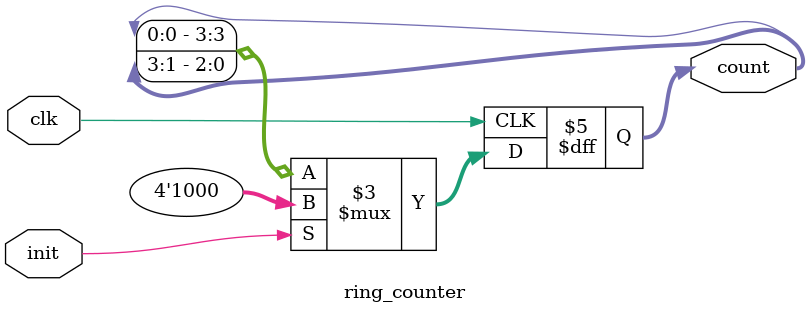
<source format=v>
`timescale 1ns / 1ps



module ring_counter(init,clk,count);
  parameter N=4;
  input init,clk;
  output reg [N-1:0]count;
  
  always@(posedge clk)
  begin
    if(init)
     count<=4'b1000;
    else
     count<={count[0],count[N-1:1]};
  end
endmodule
</source>
